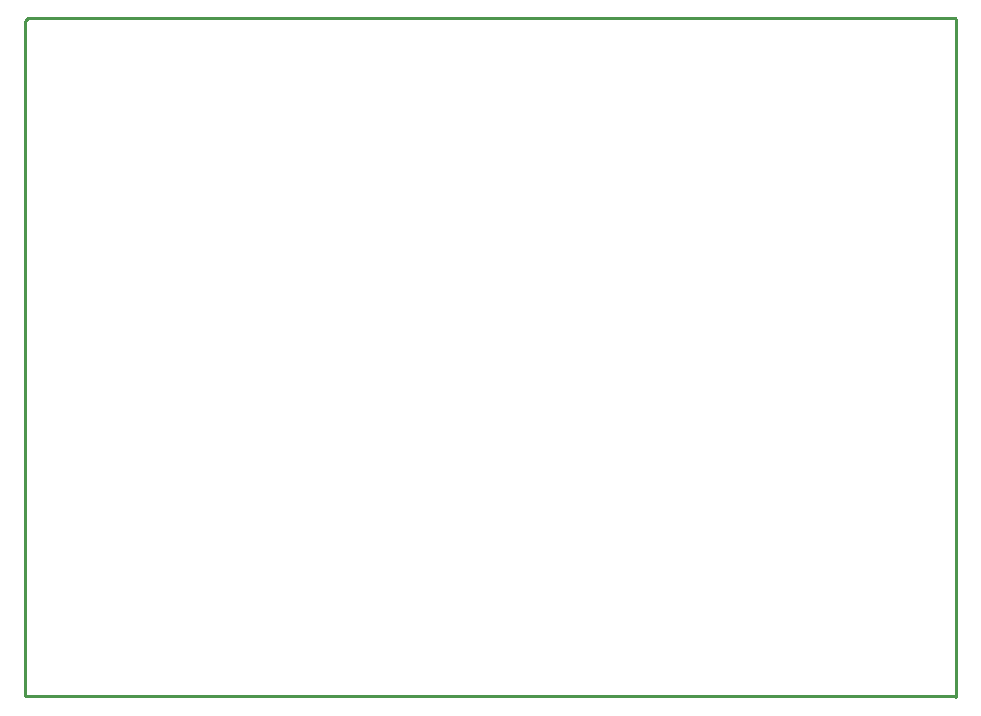
<source format=gbr>
G04*
G04 #@! TF.GenerationSoftware,Altium Limited,Altium Designer,24.10.1 (45)*
G04*
G04 Layer_Color=16711935*
%FSLAX25Y25*%
%MOIN*%
G70*
G04*
G04 #@! TF.SameCoordinates,82B40839-DE60-4B9F-80D9-4B01C0AB2508*
G04*
G04*
G04 #@! TF.FilePolarity,Positive*
G04*
G01*
G75*
%ADD16C,0.01000*%
D16*
X0Y0D02*
X310000D01*
X310500Y-500D01*
Y225500D01*
X310000Y226000D02*
X310500Y225500D01*
X1000Y226000D02*
X310000D01*
X0Y225000D02*
X1000Y226000D01*
X0Y0D02*
Y225000D01*
M02*

</source>
